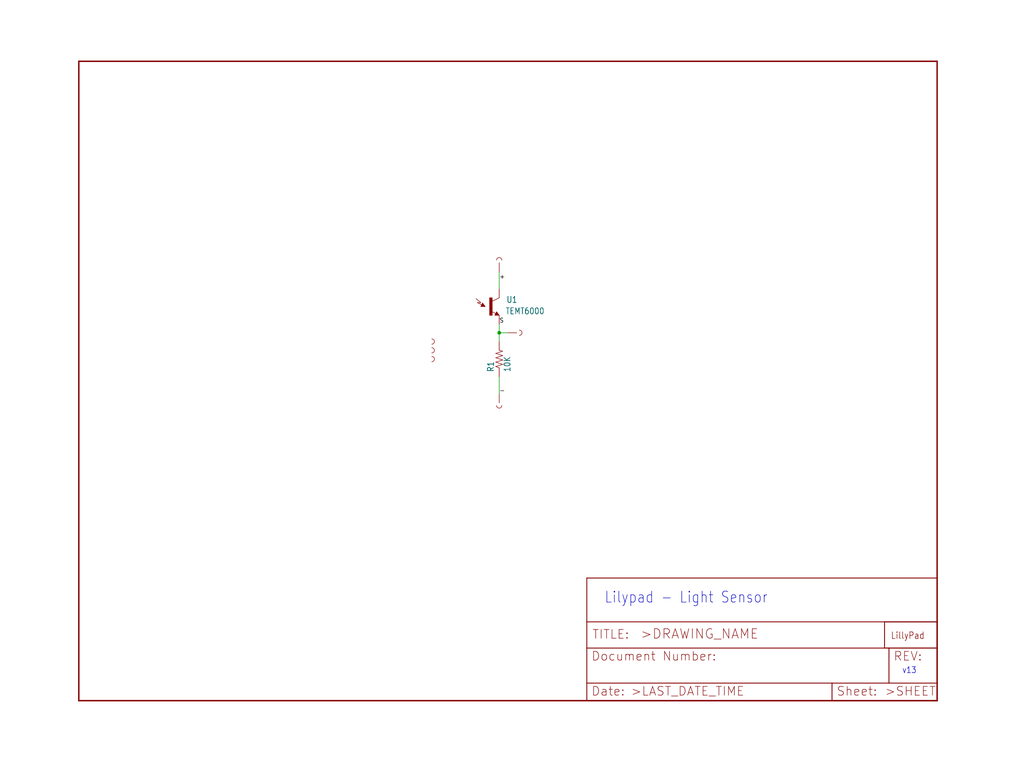
<source format=kicad_sch>
(kicad_sch (version 20211123) (generator eeschema)
  (paper "User" 297.002 223.926)
  (lib_symbols
    (symbol "eagleSchem-eagle-import:FRAME-LETTER"
      (symbol "FRAME-LETTER_1_0"
        (polyline (pts (xy 0 0) (xy 248.92 0)) (stroke (width 0.4064)))
        (polyline (pts (xy 0 185.42) (xy 0 0)) (stroke (width 0.4064)))
        (polyline (pts (xy 0 185.42) (xy 248.92 185.42)) (stroke (width 0.4064)))
        (polyline (pts (xy 248.92 185.42) (xy 248.92 0)) (stroke (width 0.4064)))
      )
      (symbol "FRAME-LETTER_2_0"
        (polyline (pts (xy 0 0) (xy 0 5.08)) (stroke (width 0.254)))
        (polyline (pts (xy 0 0) (xy 71.12 0)) (stroke (width 0.254)))
        (polyline (pts (xy 0 5.08) (xy 0 15.24)) (stroke (width 0.254)))
        (polyline (pts (xy 0 5.08) (xy 71.12 5.08)) (stroke (width 0.254)))
        (polyline (pts (xy 0 15.24) (xy 0 22.86)) (stroke (width 0.254)))
        (polyline (pts (xy 0 22.86) (xy 0 35.56)) (stroke (width 0.254)))
        (polyline (pts (xy 0 22.86) (xy 101.6 22.86)) (stroke (width 0.254)))
        (polyline (pts (xy 71.12 0) (xy 101.6 0)) (stroke (width 0.254)))
        (polyline (pts (xy 71.12 5.08) (xy 71.12 0)) (stroke (width 0.254)))
        (polyline (pts (xy 71.12 5.08) (xy 87.63 5.08)) (stroke (width 0.254)))
        (polyline (pts (xy 87.63 5.08) (xy 101.6 5.08)) (stroke (width 0.254)))
        (polyline (pts (xy 87.63 15.24) (xy 0 15.24)) (stroke (width 0.254)))
        (polyline (pts (xy 87.63 15.24) (xy 87.63 5.08)) (stroke (width 0.254)))
        (polyline (pts (xy 101.6 5.08) (xy 101.6 0)) (stroke (width 0.254)))
        (polyline (pts (xy 101.6 15.24) (xy 87.63 15.24)) (stroke (width 0.254)))
        (polyline (pts (xy 101.6 15.24) (xy 101.6 5.08)) (stroke (width 0.254)))
        (polyline (pts (xy 101.6 22.86) (xy 101.6 15.24)) (stroke (width 0.254)))
        (polyline (pts (xy 101.6 35.56) (xy 0 35.56)) (stroke (width 0.254)))
        (polyline (pts (xy 101.6 35.56) (xy 101.6 22.86)) (stroke (width 0.254)))
        (text ">DRAWING_NAME" (at 15.494 17.78 0) (effects (font (size 2.7432 2.7432)) (justify left bottom)))
        (text ">LAST_DATE_TIME" (at 12.7 1.27 0) (effects (font (size 2.54 2.54)) (justify left bottom)))
        (text ">SHEET" (at 86.36 1.27 0) (effects (font (size 2.54 2.54)) (justify left bottom)))
        (text "Date:" (at 1.27 1.27 0) (effects (font (size 2.54 2.54)) (justify left bottom)))
        (text "Document Number:" (at 1.27 11.43 0) (effects (font (size 2.54 2.54)) (justify left bottom)))
        (text "REV:" (at 88.9 11.43 0) (effects (font (size 2.54 2.54)) (justify left bottom)))
        (text "Sheet:" (at 72.39 1.27 0) (effects (font (size 2.54 2.54)) (justify left bottom)))
        (text "TITLE:" (at 1.524 17.78 0) (effects (font (size 2.54 2.54)) (justify left bottom)))
      )
    )
    (symbol "eagleSchem-eagle-import:LOGO-LPLP"
      (symbol "LOGO-LPLP_1_0"
        (polyline (pts (xy -2.54 -2.54) (xy 12.7 -2.54)) (stroke (width 0.254)))
        (polyline (pts (xy -2.54 5.08) (xy -2.54 -2.54)) (stroke (width 0.254)))
        (polyline (pts (xy 12.7 -2.54) (xy 12.7 5.08)) (stroke (width 0.254)))
        (polyline (pts (xy 12.7 5.08) (xy -2.54 5.08)) (stroke (width 0.254)))
        (text "LillyPad" (at -0.762 0 0) (effects (font (size 1.9304 1.6408)) (justify left bottom)))
      )
    )
    (symbol "eagleSchem-eagle-import:RESISTOR0402"
      (property "Reference" "R" (at -3.81 1.4986 0))
      (property "Value" "RESISTOR0402" (at -3.81 -3.302 0))
      (symbol "RESISTOR0402_1_0"
        (polyline (pts (xy -2.54 0) (xy -2.159 1.016)) (stroke (width 0.1524)))
        (polyline (pts (xy -2.159 1.016) (xy -1.524 -1.016)) (stroke (width 0.1524)))
        (polyline (pts (xy -1.524 -1.016) (xy -0.889 1.016)) (stroke (width 0.1524)))
        (polyline (pts (xy -0.889 1.016) (xy -0.254 -1.016)) (stroke (width 0.1524)))
        (polyline (pts (xy -0.254 -1.016) (xy 0.381 1.016)) (stroke (width 0.1524)))
        (polyline (pts (xy 0.381 1.016) (xy 1.016 -1.016)) (stroke (width 0.1524)))
        (polyline (pts (xy 1.016 -1.016) (xy 1.651 1.016)) (stroke (width 0.1524)))
        (polyline (pts (xy 1.651 1.016) (xy 2.286 -1.016)) (stroke (width 0.1524)))
        (polyline (pts (xy 2.286 -1.016) (xy 2.54 0)) (stroke (width 0.1524)))
        (pin passive line (at -5.08 0 0) (length 2.54) (name "1") (number "1"))
        (pin passive line (at 5.08 0 180) (length 2.54) (name "2") (number "2"))
      )
    )
    (symbol "eagleSchem-eagle-import:SEWTAP-NOHOLE2"
      (symbol "SEWTAP-NOHOLE2_1_0"
        (arc (start 0.762 -0.762) (mid 1.524 0) (end 0.762 0.762) (stroke (width 0.1524)))
      )
    )
    (symbol "eagleSchem-eagle-import:SEWTAP6"
      (symbol "SEWTAP6_1_0"
        (polyline (pts (xy 0 0) (xy -2.54 0)) (stroke (width 0.1524)))
        (arc (start 0.762 -0.762) (mid 1.524 0) (end 0.762 0.762) (stroke (width 0.1524)))
        (pin bidirectional line (at -2.54 0 180) (length 0) (name "1") (number "1"))
      )
    )
    (symbol "eagleSchem-eagle-import:TEMT6000"
      (property "Value" "TEMT6000" (at 5.08 -5.08 0))
      (symbol "TEMT6000_1_0"
        (rectangle (start -0.254 -2.54) (end 0.508 2.54) (fill (type outline)))
        (polyline (pts (xy -3.81 1.143) (xy -2.794 1.143)) (stroke (width 0.1524)))
        (polyline (pts (xy -2.794 0) (xy -2.286 1.016)) (stroke (width 0.1524)))
        (polyline (pts (xy -2.794 1.143) (xy -4.191 2.286)) (stroke (width 0.1524)))
        (polyline (pts (xy -2.54 0.127) (xy -1.778 0.127)) (stroke (width 0.254)))
        (polyline (pts (xy -2.54 0.254) (xy -2.159 0.254)) (stroke (width 0.254)))
        (polyline (pts (xy -2.524 0.5) (xy -3.756 1.116)) (stroke (width 0.1524)))
        (polyline (pts (xy -2.286 0.762) (xy -2.54 0.254)) (stroke (width 0.254)))
        (polyline (pts (xy -2.286 1.016) (xy -1.524 0)) (stroke (width 0.1524)))
        (polyline (pts (xy -2.159 0.254) (xy -2.286 0.508)) (stroke (width 0.254)))
        (polyline (pts (xy -1.778 0.127) (xy -2.286 0.762)) (stroke (width 0.254)))
        (polyline (pts (xy -1.524 0) (xy -2.794 0)) (stroke (width 0.1524)))
        (polyline (pts (xy 1.27 -2.54) (xy 1.778 -1.524)) (stroke (width 0.1524)))
        (polyline (pts (xy 1.524 -2.413) (xy 2.286 -2.413)) (stroke (width 0.254)))
        (polyline (pts (xy 1.524 -2.286) (xy 1.905 -2.286)) (stroke (width 0.254)))
        (polyline (pts (xy 1.54 -2.04) (xy 0.308 -1.424)) (stroke (width 0.1524)))
        (polyline (pts (xy 1.778 -1.778) (xy 1.524 -2.286)) (stroke (width 0.254)))
        (polyline (pts (xy 1.778 -1.524) (xy 2.54 -2.54)) (stroke (width 0.1524)))
        (polyline (pts (xy 1.905 -2.286) (xy 1.778 -2.032)) (stroke (width 0.254)))
        (polyline (pts (xy 2.286 -2.413) (xy 1.778 -1.778)) (stroke (width 0.254)))
        (polyline (pts (xy 2.54 -2.54) (xy 1.27 -2.54)) (stroke (width 0.1524)))
        (polyline (pts (xy 2.54 2.54) (xy 0.508 1.524)) (stroke (width 0.1524)))
        (pin passive line (at 2.54 5.08 270) (length 2.54) (name "C1") (number "COLLECTOR"))
        (pin passive line (at 2.54 -5.08 90) (length 2.54) (name "E1") (number "EMITTER"))
      )
    )
  )
  (junction (at 144.78 96.52))
  (wire (pts (xy 147.32 96.52) (xy 144.78 96.52)))
  (wire (pts (xy 144.78 96.52) (xy 144.78 93.98)))
  (wire (pts (xy 144.78 114.3) (xy 144.78 109.22)))
  (wire (pts (xy 144.78 99.06) (xy 144.78 96.52)))
  (wire (pts (xy 144.78 78.74) (xy 144.78 83.82)))
  (text "v13" (at 261.62 195.58 180) (effects (font (size 1.778 1.5113)) (justify left bottom)))
  (text "Lilypad - Light Sensor" (at 175.26 175.26 180) (effects (font (size 3.175 2.6987)) (justify left bottom)))
  (label "+" (at 144.78 81.28 0) (effects (font (size 1.2446 1.2446))))
  (label "S" (at 144.78 93.98 0) (effects (font (size 1.2446 1.2446))))
  (label "-" (at 144.78 114.3 0) (effects (font (size 1.2446 1.2446))))
  (symbol (lib_id "eagleSchem-eagle-import:RESISTOR0402") (at 144.78 104.14 90) (unit 1)
    (property "Reference" "R1" (at 143.2814 107.95 0) (effects (font (size 1.778 1.5113)) (justify left bottom)))
    (property "Value" "10K" (at 148.082 107.95 0) (effects (font (size 1.778 1.5113)) (justify left bottom)))
    (property "Footprint" "eagleSchem:C0402" (effects hide))
  )
  (symbol (lib_id "eagleSchem-eagle-import:TEMT6000") (at 142.24 88.9 0) (unit 1)
    (property "Reference" "U1" (at 146.812 87.884 0) (effects (font (size 1.778 1.5113)) (justify left bottom)))
    (property "Value" "TEMT6000" (at 146.558 91.186 0) (effects (font (size 1.778 1.5113)) (justify left bottom)))
    (property "Footprint" "eagleSchem:TEMT6000-SEN" (effects hide))
  )
  (symbol (lib_id "eagleSchem-eagle-import:SEWTAP-NOHOLE2") (at 124.46 99.06 0) (unit 1)
    (property "Reference" "LIGHT1" (effects hide))
    (property "Value" "SEWTAP-NOHOLE2" (effects hide))
    (property "Footprint" "eagleSchem:PETAL-NOHOLE-2SIDE" (effects hide))
  )
  (symbol (lib_id "eagleSchem-eagle-import:SEWTAP-NOHOLE2") (at 124.46 101.6 0) (unit 1)
    (property "Reference" "LIGHT2" (effects hide))
    (property "Value" "SEWTAP-NOHOLE2" (effects hide))
    (property "Footprint" "eagleSchem:PETAL-NOHOLE-2SIDE" (effects hide))
  )
  (symbol (lib_id "eagleSchem-eagle-import:SEWTAP6") (at 144.78 116.84 270) (unit 1)
    (property "Reference" "LIGHT-0" (effects hide))
    (property "Value" "SEWTAP6" (effects hide))
    (property "Footprint" "eagleSchem:PETAL-SMALL-2SIDE" (effects hide))
  )
  (symbol (lib_id "eagleSchem-eagle-import:SEWTAP-NOHOLE2") (at 124.46 104.14 0) (unit 1)
    (property "Reference" "LIGHT3" (effects hide))
    (property "Value" "SEWTAP-NOHOLE2" (effects hide))
    (property "Footprint" "eagleSchem:PETAL-NOHOLE-2SIDE" (effects hide))
  )
  (symbol (lib_id "eagleSchem-eagle-import:SEWTAP6") (at 144.78 76.2 90) (unit 1)
    (property "Reference" "LIGHT+0" (effects hide))
    (property "Value" "SEWTAP6" (effects hide))
    (property "Footprint" "eagleSchem:PETAL-SMALL-2SIDE" (effects hide))
  )
  (symbol (lib_id "eagleSchem-eagle-import:LOGO-LPLP") (at 259.08 185.42 0) (unit 1)
    (property "Reference" "U$2" (effects hide))
    (property "Value" "LOGO-LPLP" (effects hide))
    (property "Footprint" "eagleSchem:LOGO-LILYPAD" (effects hide))
  )
  (symbol (lib_id "eagleSchem-eagle-import:FRAME-LETTER") (at 170.18 203.2 0) (unit 2)
    (property "Reference" "#FRAME1" (effects hide))
    (property "Value" "FRAME-LETTER" (effects hide))
    (property "Footprint" "eagleSchem:" (effects hide))
  )
  (symbol (lib_id "eagleSchem-eagle-import:FRAME-LETTER") (at 22.86 203.2 0) (unit 1)
    (property "Reference" "#FRAME1" (effects hide))
    (property "Value" "FRAME-LETTER" (effects hide))
    (property "Footprint" "eagleSchem:" (effects hide))
  )
  (symbol (lib_id "eagleSchem-eagle-import:SEWTAP6") (at 149.86 96.52 0) (unit 1)
    (property "Reference" "LIGHTS0" (effects hide))
    (property "Value" "SEWTAP6" (effects hide))
    (property "Footprint" "eagleSchem:PETAL-SMALL-2SIDE" (effects hide))
  )
)
</source>
